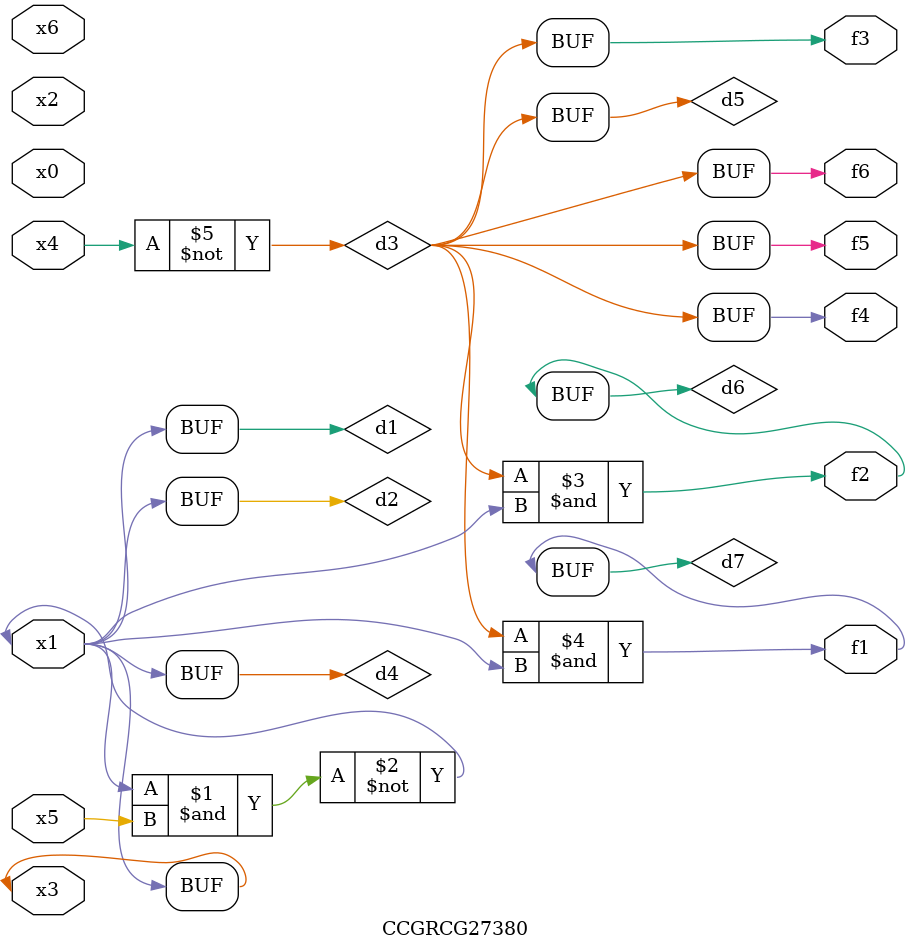
<source format=v>
module CCGRCG27380(
	input x0, x1, x2, x3, x4, x5, x6,
	output f1, f2, f3, f4, f5, f6
);

	wire d1, d2, d3, d4, d5, d6, d7;

	buf (d1, x1, x3);
	nand (d2, x1, x5);
	not (d3, x4);
	buf (d4, d1, d2);
	buf (d5, d3);
	and (d6, d3, d4);
	and (d7, d3, d4);
	assign f1 = d7;
	assign f2 = d6;
	assign f3 = d5;
	assign f4 = d5;
	assign f5 = d5;
	assign f6 = d5;
endmodule

</source>
